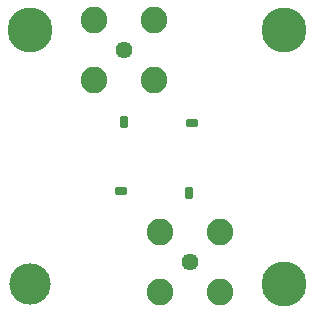
<source format=gbs>
%TF.GenerationSoftware,KiCad,Pcbnew,7.0.6*%
%TF.CreationDate,2023-08-28T22:53:50+01:00*%
%TF.ProjectId,SiPM Bias,5369504d-2042-4696-9173-2e6b69636164,rev?*%
%TF.SameCoordinates,Original*%
%TF.FileFunction,Soldermask,Bot*%
%TF.FilePolarity,Negative*%
%FSLAX46Y46*%
G04 Gerber Fmt 4.6, Leading zero omitted, Abs format (unit mm)*
G04 Created by KiCad (PCBNEW 7.0.6) date 2023-08-28 22:53:50*
%MOMM*%
%LPD*%
G01*
G04 APERTURE LIST*
G04 Aperture macros list*
%AMRoundRect*
0 Rectangle with rounded corners*
0 $1 Rounding radius*
0 $2 $3 $4 $5 $6 $7 $8 $9 X,Y pos of 4 corners*
0 Add a 4 corners polygon primitive as box body*
4,1,4,$2,$3,$4,$5,$6,$7,$8,$9,$2,$3,0*
0 Add four circle primitives for the rounded corners*
1,1,$1+$1,$2,$3*
1,1,$1+$1,$4,$5*
1,1,$1+$1,$6,$7*
1,1,$1+$1,$8,$9*
0 Add four rect primitives between the rounded corners*
20,1,$1+$1,$2,$3,$4,$5,0*
20,1,$1+$1,$4,$5,$6,$7,0*
20,1,$1+$1,$6,$7,$8,$9,0*
20,1,$1+$1,$8,$9,$2,$3,0*%
G04 Aperture macros list end*
%ADD10C,3.800000*%
%ADD11C,3.500000*%
%ADD12C,1.440000*%
%ADD13C,2.250000*%
%ADD14RoundRect,0.150000X0.400000X-0.150000X0.400000X0.150000X-0.400000X0.150000X-0.400000X-0.150000X0*%
%ADD15RoundRect,0.150000X0.150000X0.400000X-0.150000X0.400000X-0.150000X-0.400000X0.150000X-0.400000X0*%
G04 APERTURE END LIST*
D10*
%TO.C,REF\u002A\u002A*%
X160400001Y-80700001D03*
%TD*%
%TO.C,REF\u002A\u002A*%
X138900001Y-80700001D03*
%TD*%
D11*
%TO.C,REF\u002A\u002A*%
X138900001Y-102200001D03*
%TD*%
D10*
%TO.C,REF\u002A\u002A*%
X160400001Y-102200001D03*
%TD*%
D12*
%TO.C,J3*%
X152450000Y-100350000D03*
D13*
X154990000Y-102890000D03*
X154990000Y-97810000D03*
X149910000Y-102890000D03*
X149910000Y-97810000D03*
%TD*%
%TO.C,J2*%
X144360000Y-79860000D03*
X144360000Y-84940000D03*
X149440000Y-79860000D03*
X149440000Y-84940000D03*
D12*
X146900000Y-82400000D03*
%TD*%
D14*
%TO.C,D1*%
X152650001Y-88600001D03*
D15*
X146900001Y-88450001D03*
D14*
X146650001Y-94300001D03*
D15*
X152400001Y-94450001D03*
%TD*%
M02*

</source>
